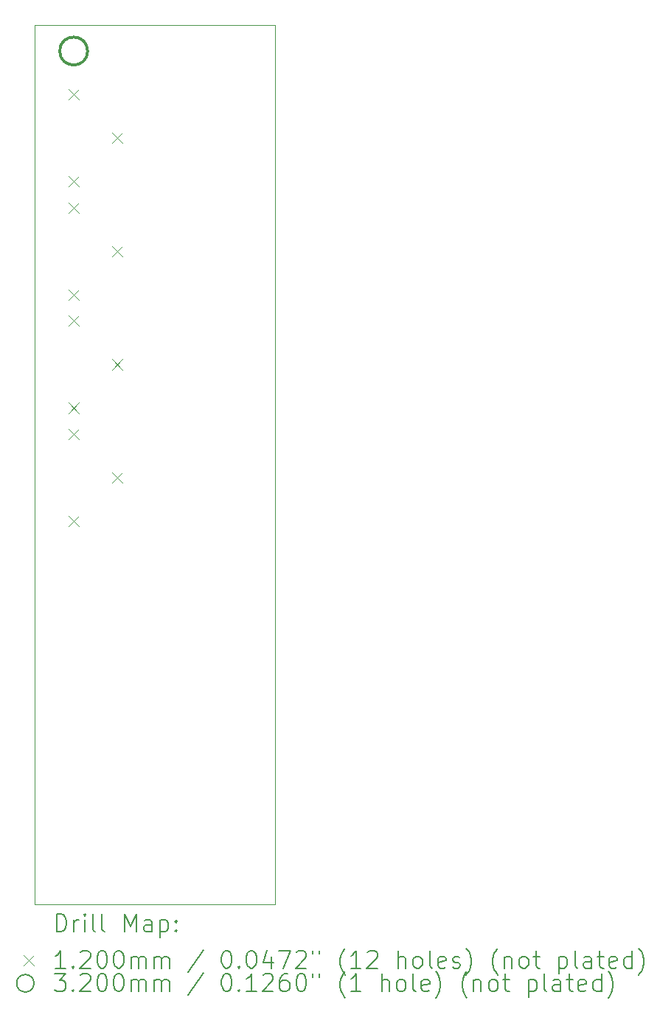
<source format=gbr>
%FSLAX45Y45*%
G04 Gerber Fmt 4.5, Leading zero omitted, Abs format (unit mm)*
G04 Created by KiCad (PCBNEW (6.0.0)) date 2022-03-13 21:14:06*
%MOMM*%
%LPD*%
G01*
G04 APERTURE LIST*
%TA.AperFunction,Profile*%
%ADD10C,0.100000*%
%TD*%
%ADD11C,0.200000*%
%ADD12C,0.120000*%
%ADD13C,0.320000*%
G04 APERTURE END LIST*
D10*
X0Y-10100000D02*
X0Y0D01*
X2765190Y-10100000D02*
X0Y-10100000D01*
X2765190Y0D02*
X2765190Y-10100000D01*
X0Y0D02*
X2765190Y0D01*
D11*
D12*
X390380Y-740000D02*
X510380Y-860000D01*
X510380Y-740000D02*
X390380Y-860000D01*
X390380Y-1740000D02*
X510380Y-1860000D01*
X510380Y-1740000D02*
X390380Y-1860000D01*
X390380Y-2040000D02*
X510380Y-2160000D01*
X510380Y-2040000D02*
X390380Y-2160000D01*
X390380Y-3040000D02*
X510380Y-3160000D01*
X510380Y-3040000D02*
X390380Y-3160000D01*
X390380Y-3340000D02*
X510380Y-3460000D01*
X510380Y-3340000D02*
X390380Y-3460000D01*
X390380Y-4340000D02*
X510380Y-4460000D01*
X510380Y-4340000D02*
X390380Y-4460000D01*
X390380Y-4640000D02*
X510380Y-4760000D01*
X510380Y-4640000D02*
X390380Y-4760000D01*
X390380Y-5640000D02*
X510380Y-5760000D01*
X510380Y-5640000D02*
X390380Y-5760000D01*
X890380Y-1240000D02*
X1010380Y-1360000D01*
X1010380Y-1240000D02*
X890380Y-1360000D01*
X890380Y-2540000D02*
X1010380Y-2660000D01*
X1010380Y-2540000D02*
X890380Y-2660000D01*
X890380Y-3840000D02*
X1010380Y-3960000D01*
X1010380Y-3840000D02*
X890380Y-3960000D01*
X890380Y-5140000D02*
X1010380Y-5260000D01*
X1010380Y-5140000D02*
X890380Y-5260000D01*
D13*
X610000Y-300000D02*
G75*
G03*
X610000Y-300000I-160000J0D01*
G01*
D11*
X252619Y-10415476D02*
X252619Y-10215476D01*
X300238Y-10215476D01*
X328810Y-10225000D01*
X347857Y-10244048D01*
X357381Y-10263095D01*
X366905Y-10301190D01*
X366905Y-10329762D01*
X357381Y-10367857D01*
X347857Y-10386905D01*
X328810Y-10405952D01*
X300238Y-10415476D01*
X252619Y-10415476D01*
X452619Y-10415476D02*
X452619Y-10282143D01*
X452619Y-10320238D02*
X462143Y-10301190D01*
X471667Y-10291667D01*
X490714Y-10282143D01*
X509762Y-10282143D01*
X576429Y-10415476D02*
X576429Y-10282143D01*
X576429Y-10215476D02*
X566905Y-10225000D01*
X576429Y-10234524D01*
X585952Y-10225000D01*
X576429Y-10215476D01*
X576429Y-10234524D01*
X700238Y-10415476D02*
X681190Y-10405952D01*
X671667Y-10386905D01*
X671667Y-10215476D01*
X805000Y-10415476D02*
X785952Y-10405952D01*
X776428Y-10386905D01*
X776428Y-10215476D01*
X1033571Y-10415476D02*
X1033571Y-10215476D01*
X1100238Y-10358333D01*
X1166905Y-10215476D01*
X1166905Y-10415476D01*
X1347857Y-10415476D02*
X1347857Y-10310714D01*
X1338333Y-10291667D01*
X1319286Y-10282143D01*
X1281190Y-10282143D01*
X1262143Y-10291667D01*
X1347857Y-10405952D02*
X1328810Y-10415476D01*
X1281190Y-10415476D01*
X1262143Y-10405952D01*
X1252619Y-10386905D01*
X1252619Y-10367857D01*
X1262143Y-10348810D01*
X1281190Y-10339286D01*
X1328810Y-10339286D01*
X1347857Y-10329762D01*
X1443095Y-10282143D02*
X1443095Y-10482143D01*
X1443095Y-10291667D02*
X1462143Y-10282143D01*
X1500238Y-10282143D01*
X1519286Y-10291667D01*
X1528809Y-10301190D01*
X1538333Y-10320238D01*
X1538333Y-10377381D01*
X1528809Y-10396429D01*
X1519286Y-10405952D01*
X1500238Y-10415476D01*
X1462143Y-10415476D01*
X1443095Y-10405952D01*
X1624048Y-10396429D02*
X1633571Y-10405952D01*
X1624048Y-10415476D01*
X1614524Y-10405952D01*
X1624048Y-10396429D01*
X1624048Y-10415476D01*
X1624048Y-10291667D02*
X1633571Y-10301190D01*
X1624048Y-10310714D01*
X1614524Y-10301190D01*
X1624048Y-10291667D01*
X1624048Y-10310714D01*
D12*
X-125000Y-10685000D02*
X-5000Y-10805000D01*
X-5000Y-10685000D02*
X-125000Y-10805000D01*
D11*
X357381Y-10835476D02*
X243095Y-10835476D01*
X300238Y-10835476D02*
X300238Y-10635476D01*
X281190Y-10664048D01*
X262143Y-10683095D01*
X243095Y-10692619D01*
X443095Y-10816429D02*
X452619Y-10825952D01*
X443095Y-10835476D01*
X433571Y-10825952D01*
X443095Y-10816429D01*
X443095Y-10835476D01*
X528810Y-10654524D02*
X538333Y-10645000D01*
X557381Y-10635476D01*
X605000Y-10635476D01*
X624048Y-10645000D01*
X633571Y-10654524D01*
X643095Y-10673571D01*
X643095Y-10692619D01*
X633571Y-10721190D01*
X519286Y-10835476D01*
X643095Y-10835476D01*
X766905Y-10635476D02*
X785952Y-10635476D01*
X805000Y-10645000D01*
X814524Y-10654524D01*
X824048Y-10673571D01*
X833571Y-10711667D01*
X833571Y-10759286D01*
X824048Y-10797381D01*
X814524Y-10816429D01*
X805000Y-10825952D01*
X785952Y-10835476D01*
X766905Y-10835476D01*
X747857Y-10825952D01*
X738333Y-10816429D01*
X728809Y-10797381D01*
X719286Y-10759286D01*
X719286Y-10711667D01*
X728809Y-10673571D01*
X738333Y-10654524D01*
X747857Y-10645000D01*
X766905Y-10635476D01*
X957381Y-10635476D02*
X976428Y-10635476D01*
X995476Y-10645000D01*
X1005000Y-10654524D01*
X1014524Y-10673571D01*
X1024048Y-10711667D01*
X1024048Y-10759286D01*
X1014524Y-10797381D01*
X1005000Y-10816429D01*
X995476Y-10825952D01*
X976428Y-10835476D01*
X957381Y-10835476D01*
X938333Y-10825952D01*
X928809Y-10816429D01*
X919286Y-10797381D01*
X909762Y-10759286D01*
X909762Y-10711667D01*
X919286Y-10673571D01*
X928809Y-10654524D01*
X938333Y-10645000D01*
X957381Y-10635476D01*
X1109762Y-10835476D02*
X1109762Y-10702143D01*
X1109762Y-10721190D02*
X1119286Y-10711667D01*
X1138333Y-10702143D01*
X1166905Y-10702143D01*
X1185952Y-10711667D01*
X1195476Y-10730714D01*
X1195476Y-10835476D01*
X1195476Y-10730714D02*
X1205000Y-10711667D01*
X1224048Y-10702143D01*
X1252619Y-10702143D01*
X1271667Y-10711667D01*
X1281190Y-10730714D01*
X1281190Y-10835476D01*
X1376429Y-10835476D02*
X1376429Y-10702143D01*
X1376429Y-10721190D02*
X1385952Y-10711667D01*
X1405000Y-10702143D01*
X1433571Y-10702143D01*
X1452619Y-10711667D01*
X1462143Y-10730714D01*
X1462143Y-10835476D01*
X1462143Y-10730714D02*
X1471667Y-10711667D01*
X1490714Y-10702143D01*
X1519286Y-10702143D01*
X1538333Y-10711667D01*
X1547857Y-10730714D01*
X1547857Y-10835476D01*
X1938333Y-10625952D02*
X1766905Y-10883095D01*
X2195476Y-10635476D02*
X2214524Y-10635476D01*
X2233571Y-10645000D01*
X2243095Y-10654524D01*
X2252619Y-10673571D01*
X2262143Y-10711667D01*
X2262143Y-10759286D01*
X2252619Y-10797381D01*
X2243095Y-10816429D01*
X2233571Y-10825952D01*
X2214524Y-10835476D01*
X2195476Y-10835476D01*
X2176429Y-10825952D01*
X2166905Y-10816429D01*
X2157381Y-10797381D01*
X2147857Y-10759286D01*
X2147857Y-10711667D01*
X2157381Y-10673571D01*
X2166905Y-10654524D01*
X2176429Y-10645000D01*
X2195476Y-10635476D01*
X2347857Y-10816429D02*
X2357381Y-10825952D01*
X2347857Y-10835476D01*
X2338333Y-10825952D01*
X2347857Y-10816429D01*
X2347857Y-10835476D01*
X2481190Y-10635476D02*
X2500238Y-10635476D01*
X2519286Y-10645000D01*
X2528810Y-10654524D01*
X2538333Y-10673571D01*
X2547857Y-10711667D01*
X2547857Y-10759286D01*
X2538333Y-10797381D01*
X2528810Y-10816429D01*
X2519286Y-10825952D01*
X2500238Y-10835476D01*
X2481190Y-10835476D01*
X2462143Y-10825952D01*
X2452619Y-10816429D01*
X2443095Y-10797381D01*
X2433571Y-10759286D01*
X2433571Y-10711667D01*
X2443095Y-10673571D01*
X2452619Y-10654524D01*
X2462143Y-10645000D01*
X2481190Y-10635476D01*
X2719286Y-10702143D02*
X2719286Y-10835476D01*
X2671667Y-10625952D02*
X2624048Y-10768810D01*
X2747857Y-10768810D01*
X2805000Y-10635476D02*
X2938333Y-10635476D01*
X2852619Y-10835476D01*
X3005000Y-10654524D02*
X3014524Y-10645000D01*
X3033571Y-10635476D01*
X3081190Y-10635476D01*
X3100238Y-10645000D01*
X3109762Y-10654524D01*
X3119286Y-10673571D01*
X3119286Y-10692619D01*
X3109762Y-10721190D01*
X2995476Y-10835476D01*
X3119286Y-10835476D01*
X3195476Y-10635476D02*
X3195476Y-10673571D01*
X3271667Y-10635476D02*
X3271667Y-10673571D01*
X3566905Y-10911667D02*
X3557381Y-10902143D01*
X3538333Y-10873571D01*
X3528809Y-10854524D01*
X3519286Y-10825952D01*
X3509762Y-10778333D01*
X3509762Y-10740238D01*
X3519286Y-10692619D01*
X3528809Y-10664048D01*
X3538333Y-10645000D01*
X3557381Y-10616429D01*
X3566905Y-10606905D01*
X3747857Y-10835476D02*
X3633571Y-10835476D01*
X3690714Y-10835476D02*
X3690714Y-10635476D01*
X3671667Y-10664048D01*
X3652619Y-10683095D01*
X3633571Y-10692619D01*
X3824048Y-10654524D02*
X3833571Y-10645000D01*
X3852619Y-10635476D01*
X3900238Y-10635476D01*
X3919286Y-10645000D01*
X3928809Y-10654524D01*
X3938333Y-10673571D01*
X3938333Y-10692619D01*
X3928809Y-10721190D01*
X3814524Y-10835476D01*
X3938333Y-10835476D01*
X4176428Y-10835476D02*
X4176428Y-10635476D01*
X4262143Y-10835476D02*
X4262143Y-10730714D01*
X4252619Y-10711667D01*
X4233571Y-10702143D01*
X4205000Y-10702143D01*
X4185952Y-10711667D01*
X4176428Y-10721190D01*
X4385952Y-10835476D02*
X4366905Y-10825952D01*
X4357381Y-10816429D01*
X4347857Y-10797381D01*
X4347857Y-10740238D01*
X4357381Y-10721190D01*
X4366905Y-10711667D01*
X4385952Y-10702143D01*
X4414524Y-10702143D01*
X4433571Y-10711667D01*
X4443095Y-10721190D01*
X4452619Y-10740238D01*
X4452619Y-10797381D01*
X4443095Y-10816429D01*
X4433571Y-10825952D01*
X4414524Y-10835476D01*
X4385952Y-10835476D01*
X4566905Y-10835476D02*
X4547857Y-10825952D01*
X4538333Y-10806905D01*
X4538333Y-10635476D01*
X4719286Y-10825952D02*
X4700238Y-10835476D01*
X4662143Y-10835476D01*
X4643095Y-10825952D01*
X4633571Y-10806905D01*
X4633571Y-10730714D01*
X4643095Y-10711667D01*
X4662143Y-10702143D01*
X4700238Y-10702143D01*
X4719286Y-10711667D01*
X4728810Y-10730714D01*
X4728810Y-10749762D01*
X4633571Y-10768810D01*
X4805000Y-10825952D02*
X4824048Y-10835476D01*
X4862143Y-10835476D01*
X4881190Y-10825952D01*
X4890714Y-10806905D01*
X4890714Y-10797381D01*
X4881190Y-10778333D01*
X4862143Y-10768810D01*
X4833571Y-10768810D01*
X4814524Y-10759286D01*
X4805000Y-10740238D01*
X4805000Y-10730714D01*
X4814524Y-10711667D01*
X4833571Y-10702143D01*
X4862143Y-10702143D01*
X4881190Y-10711667D01*
X4957381Y-10911667D02*
X4966905Y-10902143D01*
X4985952Y-10873571D01*
X4995476Y-10854524D01*
X5005000Y-10825952D01*
X5014524Y-10778333D01*
X5014524Y-10740238D01*
X5005000Y-10692619D01*
X4995476Y-10664048D01*
X4985952Y-10645000D01*
X4966905Y-10616429D01*
X4957381Y-10606905D01*
X5319286Y-10911667D02*
X5309762Y-10902143D01*
X5290714Y-10873571D01*
X5281190Y-10854524D01*
X5271667Y-10825952D01*
X5262143Y-10778333D01*
X5262143Y-10740238D01*
X5271667Y-10692619D01*
X5281190Y-10664048D01*
X5290714Y-10645000D01*
X5309762Y-10616429D01*
X5319286Y-10606905D01*
X5395476Y-10702143D02*
X5395476Y-10835476D01*
X5395476Y-10721190D02*
X5405000Y-10711667D01*
X5424048Y-10702143D01*
X5452619Y-10702143D01*
X5471667Y-10711667D01*
X5481190Y-10730714D01*
X5481190Y-10835476D01*
X5605000Y-10835476D02*
X5585952Y-10825952D01*
X5576429Y-10816429D01*
X5566905Y-10797381D01*
X5566905Y-10740238D01*
X5576429Y-10721190D01*
X5585952Y-10711667D01*
X5605000Y-10702143D01*
X5633571Y-10702143D01*
X5652619Y-10711667D01*
X5662143Y-10721190D01*
X5671667Y-10740238D01*
X5671667Y-10797381D01*
X5662143Y-10816429D01*
X5652619Y-10825952D01*
X5633571Y-10835476D01*
X5605000Y-10835476D01*
X5728809Y-10702143D02*
X5805000Y-10702143D01*
X5757381Y-10635476D02*
X5757381Y-10806905D01*
X5766905Y-10825952D01*
X5785952Y-10835476D01*
X5805000Y-10835476D01*
X6024048Y-10702143D02*
X6024048Y-10902143D01*
X6024048Y-10711667D02*
X6043095Y-10702143D01*
X6081190Y-10702143D01*
X6100238Y-10711667D01*
X6109762Y-10721190D01*
X6119286Y-10740238D01*
X6119286Y-10797381D01*
X6109762Y-10816429D01*
X6100238Y-10825952D01*
X6081190Y-10835476D01*
X6043095Y-10835476D01*
X6024048Y-10825952D01*
X6233571Y-10835476D02*
X6214524Y-10825952D01*
X6205000Y-10806905D01*
X6205000Y-10635476D01*
X6395476Y-10835476D02*
X6395476Y-10730714D01*
X6385952Y-10711667D01*
X6366905Y-10702143D01*
X6328809Y-10702143D01*
X6309762Y-10711667D01*
X6395476Y-10825952D02*
X6376428Y-10835476D01*
X6328809Y-10835476D01*
X6309762Y-10825952D01*
X6300238Y-10806905D01*
X6300238Y-10787857D01*
X6309762Y-10768810D01*
X6328809Y-10759286D01*
X6376428Y-10759286D01*
X6395476Y-10749762D01*
X6462143Y-10702143D02*
X6538333Y-10702143D01*
X6490714Y-10635476D02*
X6490714Y-10806905D01*
X6500238Y-10825952D01*
X6519286Y-10835476D01*
X6538333Y-10835476D01*
X6681190Y-10825952D02*
X6662143Y-10835476D01*
X6624048Y-10835476D01*
X6605000Y-10825952D01*
X6595476Y-10806905D01*
X6595476Y-10730714D01*
X6605000Y-10711667D01*
X6624048Y-10702143D01*
X6662143Y-10702143D01*
X6681190Y-10711667D01*
X6690714Y-10730714D01*
X6690714Y-10749762D01*
X6595476Y-10768810D01*
X6862143Y-10835476D02*
X6862143Y-10635476D01*
X6862143Y-10825952D02*
X6843095Y-10835476D01*
X6805000Y-10835476D01*
X6785952Y-10825952D01*
X6776428Y-10816429D01*
X6766905Y-10797381D01*
X6766905Y-10740238D01*
X6776428Y-10721190D01*
X6785952Y-10711667D01*
X6805000Y-10702143D01*
X6843095Y-10702143D01*
X6862143Y-10711667D01*
X6938333Y-10911667D02*
X6947857Y-10902143D01*
X6966905Y-10873571D01*
X6976428Y-10854524D01*
X6985952Y-10825952D01*
X6995476Y-10778333D01*
X6995476Y-10740238D01*
X6985952Y-10692619D01*
X6976428Y-10664048D01*
X6966905Y-10645000D01*
X6947857Y-10616429D01*
X6938333Y-10606905D01*
X-5000Y-11009000D02*
G75*
G03*
X-5000Y-11009000I-100000J0D01*
G01*
X233571Y-10899476D02*
X357381Y-10899476D01*
X290714Y-10975667D01*
X319286Y-10975667D01*
X338333Y-10985190D01*
X347857Y-10994714D01*
X357381Y-11013762D01*
X357381Y-11061381D01*
X347857Y-11080429D01*
X338333Y-11089952D01*
X319286Y-11099476D01*
X262143Y-11099476D01*
X243095Y-11089952D01*
X233571Y-11080429D01*
X443095Y-11080429D02*
X452619Y-11089952D01*
X443095Y-11099476D01*
X433571Y-11089952D01*
X443095Y-11080429D01*
X443095Y-11099476D01*
X528810Y-10918524D02*
X538333Y-10909000D01*
X557381Y-10899476D01*
X605000Y-10899476D01*
X624048Y-10909000D01*
X633571Y-10918524D01*
X643095Y-10937571D01*
X643095Y-10956619D01*
X633571Y-10985190D01*
X519286Y-11099476D01*
X643095Y-11099476D01*
X766905Y-10899476D02*
X785952Y-10899476D01*
X805000Y-10909000D01*
X814524Y-10918524D01*
X824048Y-10937571D01*
X833571Y-10975667D01*
X833571Y-11023286D01*
X824048Y-11061381D01*
X814524Y-11080429D01*
X805000Y-11089952D01*
X785952Y-11099476D01*
X766905Y-11099476D01*
X747857Y-11089952D01*
X738333Y-11080429D01*
X728809Y-11061381D01*
X719286Y-11023286D01*
X719286Y-10975667D01*
X728809Y-10937571D01*
X738333Y-10918524D01*
X747857Y-10909000D01*
X766905Y-10899476D01*
X957381Y-10899476D02*
X976428Y-10899476D01*
X995476Y-10909000D01*
X1005000Y-10918524D01*
X1014524Y-10937571D01*
X1024048Y-10975667D01*
X1024048Y-11023286D01*
X1014524Y-11061381D01*
X1005000Y-11080429D01*
X995476Y-11089952D01*
X976428Y-11099476D01*
X957381Y-11099476D01*
X938333Y-11089952D01*
X928809Y-11080429D01*
X919286Y-11061381D01*
X909762Y-11023286D01*
X909762Y-10975667D01*
X919286Y-10937571D01*
X928809Y-10918524D01*
X938333Y-10909000D01*
X957381Y-10899476D01*
X1109762Y-11099476D02*
X1109762Y-10966143D01*
X1109762Y-10985190D02*
X1119286Y-10975667D01*
X1138333Y-10966143D01*
X1166905Y-10966143D01*
X1185952Y-10975667D01*
X1195476Y-10994714D01*
X1195476Y-11099476D01*
X1195476Y-10994714D02*
X1205000Y-10975667D01*
X1224048Y-10966143D01*
X1252619Y-10966143D01*
X1271667Y-10975667D01*
X1281190Y-10994714D01*
X1281190Y-11099476D01*
X1376429Y-11099476D02*
X1376429Y-10966143D01*
X1376429Y-10985190D02*
X1385952Y-10975667D01*
X1405000Y-10966143D01*
X1433571Y-10966143D01*
X1452619Y-10975667D01*
X1462143Y-10994714D01*
X1462143Y-11099476D01*
X1462143Y-10994714D02*
X1471667Y-10975667D01*
X1490714Y-10966143D01*
X1519286Y-10966143D01*
X1538333Y-10975667D01*
X1547857Y-10994714D01*
X1547857Y-11099476D01*
X1938333Y-10889952D02*
X1766905Y-11147095D01*
X2195476Y-10899476D02*
X2214524Y-10899476D01*
X2233571Y-10909000D01*
X2243095Y-10918524D01*
X2252619Y-10937571D01*
X2262143Y-10975667D01*
X2262143Y-11023286D01*
X2252619Y-11061381D01*
X2243095Y-11080429D01*
X2233571Y-11089952D01*
X2214524Y-11099476D01*
X2195476Y-11099476D01*
X2176429Y-11089952D01*
X2166905Y-11080429D01*
X2157381Y-11061381D01*
X2147857Y-11023286D01*
X2147857Y-10975667D01*
X2157381Y-10937571D01*
X2166905Y-10918524D01*
X2176429Y-10909000D01*
X2195476Y-10899476D01*
X2347857Y-11080429D02*
X2357381Y-11089952D01*
X2347857Y-11099476D01*
X2338333Y-11089952D01*
X2347857Y-11080429D01*
X2347857Y-11099476D01*
X2547857Y-11099476D02*
X2433571Y-11099476D01*
X2490714Y-11099476D02*
X2490714Y-10899476D01*
X2471667Y-10928048D01*
X2452619Y-10947095D01*
X2433571Y-10956619D01*
X2624048Y-10918524D02*
X2633571Y-10909000D01*
X2652619Y-10899476D01*
X2700238Y-10899476D01*
X2719286Y-10909000D01*
X2728810Y-10918524D01*
X2738333Y-10937571D01*
X2738333Y-10956619D01*
X2728810Y-10985190D01*
X2614524Y-11099476D01*
X2738333Y-11099476D01*
X2909762Y-10899476D02*
X2871667Y-10899476D01*
X2852619Y-10909000D01*
X2843095Y-10918524D01*
X2824048Y-10947095D01*
X2814524Y-10985190D01*
X2814524Y-11061381D01*
X2824048Y-11080429D01*
X2833571Y-11089952D01*
X2852619Y-11099476D01*
X2890714Y-11099476D01*
X2909762Y-11089952D01*
X2919286Y-11080429D01*
X2928809Y-11061381D01*
X2928809Y-11013762D01*
X2919286Y-10994714D01*
X2909762Y-10985190D01*
X2890714Y-10975667D01*
X2852619Y-10975667D01*
X2833571Y-10985190D01*
X2824048Y-10994714D01*
X2814524Y-11013762D01*
X3052619Y-10899476D02*
X3071667Y-10899476D01*
X3090714Y-10909000D01*
X3100238Y-10918524D01*
X3109762Y-10937571D01*
X3119286Y-10975667D01*
X3119286Y-11023286D01*
X3109762Y-11061381D01*
X3100238Y-11080429D01*
X3090714Y-11089952D01*
X3071667Y-11099476D01*
X3052619Y-11099476D01*
X3033571Y-11089952D01*
X3024048Y-11080429D01*
X3014524Y-11061381D01*
X3005000Y-11023286D01*
X3005000Y-10975667D01*
X3014524Y-10937571D01*
X3024048Y-10918524D01*
X3033571Y-10909000D01*
X3052619Y-10899476D01*
X3195476Y-10899476D02*
X3195476Y-10937571D01*
X3271667Y-10899476D02*
X3271667Y-10937571D01*
X3566905Y-11175667D02*
X3557381Y-11166143D01*
X3538333Y-11137571D01*
X3528809Y-11118524D01*
X3519286Y-11089952D01*
X3509762Y-11042333D01*
X3509762Y-11004238D01*
X3519286Y-10956619D01*
X3528809Y-10928048D01*
X3538333Y-10909000D01*
X3557381Y-10880429D01*
X3566905Y-10870905D01*
X3747857Y-11099476D02*
X3633571Y-11099476D01*
X3690714Y-11099476D02*
X3690714Y-10899476D01*
X3671667Y-10928048D01*
X3652619Y-10947095D01*
X3633571Y-10956619D01*
X3985952Y-11099476D02*
X3985952Y-10899476D01*
X4071667Y-11099476D02*
X4071667Y-10994714D01*
X4062143Y-10975667D01*
X4043095Y-10966143D01*
X4014524Y-10966143D01*
X3995476Y-10975667D01*
X3985952Y-10985190D01*
X4195476Y-11099476D02*
X4176428Y-11089952D01*
X4166905Y-11080429D01*
X4157381Y-11061381D01*
X4157381Y-11004238D01*
X4166905Y-10985190D01*
X4176428Y-10975667D01*
X4195476Y-10966143D01*
X4224048Y-10966143D01*
X4243095Y-10975667D01*
X4252619Y-10985190D01*
X4262143Y-11004238D01*
X4262143Y-11061381D01*
X4252619Y-11080429D01*
X4243095Y-11089952D01*
X4224048Y-11099476D01*
X4195476Y-11099476D01*
X4376429Y-11099476D02*
X4357381Y-11089952D01*
X4347857Y-11070905D01*
X4347857Y-10899476D01*
X4528810Y-11089952D02*
X4509762Y-11099476D01*
X4471667Y-11099476D01*
X4452619Y-11089952D01*
X4443095Y-11070905D01*
X4443095Y-10994714D01*
X4452619Y-10975667D01*
X4471667Y-10966143D01*
X4509762Y-10966143D01*
X4528810Y-10975667D01*
X4538333Y-10994714D01*
X4538333Y-11013762D01*
X4443095Y-11032810D01*
X4605000Y-11175667D02*
X4614524Y-11166143D01*
X4633571Y-11137571D01*
X4643095Y-11118524D01*
X4652619Y-11089952D01*
X4662143Y-11042333D01*
X4662143Y-11004238D01*
X4652619Y-10956619D01*
X4643095Y-10928048D01*
X4633571Y-10909000D01*
X4614524Y-10880429D01*
X4605000Y-10870905D01*
X4966905Y-11175667D02*
X4957381Y-11166143D01*
X4938333Y-11137571D01*
X4928810Y-11118524D01*
X4919286Y-11089952D01*
X4909762Y-11042333D01*
X4909762Y-11004238D01*
X4919286Y-10956619D01*
X4928810Y-10928048D01*
X4938333Y-10909000D01*
X4957381Y-10880429D01*
X4966905Y-10870905D01*
X5043095Y-10966143D02*
X5043095Y-11099476D01*
X5043095Y-10985190D02*
X5052619Y-10975667D01*
X5071667Y-10966143D01*
X5100238Y-10966143D01*
X5119286Y-10975667D01*
X5128810Y-10994714D01*
X5128810Y-11099476D01*
X5252619Y-11099476D02*
X5233571Y-11089952D01*
X5224048Y-11080429D01*
X5214524Y-11061381D01*
X5214524Y-11004238D01*
X5224048Y-10985190D01*
X5233571Y-10975667D01*
X5252619Y-10966143D01*
X5281190Y-10966143D01*
X5300238Y-10975667D01*
X5309762Y-10985190D01*
X5319286Y-11004238D01*
X5319286Y-11061381D01*
X5309762Y-11080429D01*
X5300238Y-11089952D01*
X5281190Y-11099476D01*
X5252619Y-11099476D01*
X5376429Y-10966143D02*
X5452619Y-10966143D01*
X5405000Y-10899476D02*
X5405000Y-11070905D01*
X5414524Y-11089952D01*
X5433571Y-11099476D01*
X5452619Y-11099476D01*
X5671667Y-10966143D02*
X5671667Y-11166143D01*
X5671667Y-10975667D02*
X5690714Y-10966143D01*
X5728809Y-10966143D01*
X5747857Y-10975667D01*
X5757381Y-10985190D01*
X5766905Y-11004238D01*
X5766905Y-11061381D01*
X5757381Y-11080429D01*
X5747857Y-11089952D01*
X5728809Y-11099476D01*
X5690714Y-11099476D01*
X5671667Y-11089952D01*
X5881190Y-11099476D02*
X5862143Y-11089952D01*
X5852619Y-11070905D01*
X5852619Y-10899476D01*
X6043095Y-11099476D02*
X6043095Y-10994714D01*
X6033571Y-10975667D01*
X6014524Y-10966143D01*
X5976428Y-10966143D01*
X5957381Y-10975667D01*
X6043095Y-11089952D02*
X6024048Y-11099476D01*
X5976428Y-11099476D01*
X5957381Y-11089952D01*
X5947857Y-11070905D01*
X5947857Y-11051857D01*
X5957381Y-11032810D01*
X5976428Y-11023286D01*
X6024048Y-11023286D01*
X6043095Y-11013762D01*
X6109762Y-10966143D02*
X6185952Y-10966143D01*
X6138333Y-10899476D02*
X6138333Y-11070905D01*
X6147857Y-11089952D01*
X6166905Y-11099476D01*
X6185952Y-11099476D01*
X6328809Y-11089952D02*
X6309762Y-11099476D01*
X6271667Y-11099476D01*
X6252619Y-11089952D01*
X6243095Y-11070905D01*
X6243095Y-10994714D01*
X6252619Y-10975667D01*
X6271667Y-10966143D01*
X6309762Y-10966143D01*
X6328809Y-10975667D01*
X6338333Y-10994714D01*
X6338333Y-11013762D01*
X6243095Y-11032810D01*
X6509762Y-11099476D02*
X6509762Y-10899476D01*
X6509762Y-11089952D02*
X6490714Y-11099476D01*
X6452619Y-11099476D01*
X6433571Y-11089952D01*
X6424048Y-11080429D01*
X6414524Y-11061381D01*
X6414524Y-11004238D01*
X6424048Y-10985190D01*
X6433571Y-10975667D01*
X6452619Y-10966143D01*
X6490714Y-10966143D01*
X6509762Y-10975667D01*
X6585952Y-11175667D02*
X6595476Y-11166143D01*
X6614524Y-11137571D01*
X6624048Y-11118524D01*
X6633571Y-11089952D01*
X6643095Y-11042333D01*
X6643095Y-11004238D01*
X6633571Y-10956619D01*
X6624048Y-10928048D01*
X6614524Y-10909000D01*
X6595476Y-10880429D01*
X6585952Y-10870905D01*
M02*

</source>
